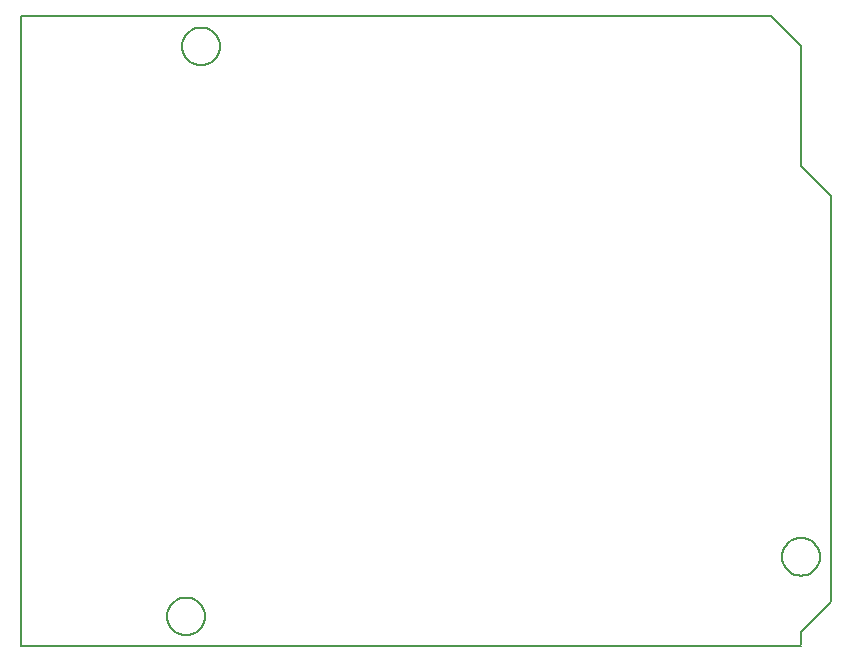
<source format=gm1>
G04*
G04 #@! TF.GenerationSoftware,Altium Limited,Altium Designer,19.0.15 (446)*
G04*
G04 Layer_Color=16711935*
%FSLAX25Y25*%
%MOIN*%
G70*
G01*
G75*
%ADD21C,0.00500*%
D21*
X66299Y200000D02*
X66221Y200985D01*
X65991Y201946D01*
X65613Y202860D01*
X65096Y203702D01*
X64454Y204454D01*
X63702Y205096D01*
X62860Y205612D01*
X61946Y205991D01*
X60985Y206222D01*
X60000Y206299D01*
X59015Y206222D01*
X58053Y205991D01*
X57140Y205612D01*
X56297Y205096D01*
X55546Y204454D01*
X54904Y203702D01*
X54387Y202860D01*
X54009Y201946D01*
X53778Y200985D01*
X53701Y200000D01*
X53778Y199015D01*
X54009Y198054D01*
X54387Y197140D01*
X54904Y196298D01*
X55546Y195546D01*
X56297Y194904D01*
X57140Y194388D01*
X58053Y194009D01*
X59015Y193779D01*
X60000Y193701D01*
X60985Y193779D01*
X61946Y194009D01*
X62860Y194388D01*
X63702Y194904D01*
X64454Y195546D01*
X65096Y196298D01*
X65613Y197140D01*
X65991Y198054D01*
X66221Y199015D01*
X66299Y200000D01*
X266299Y29921D02*
X266221Y30907D01*
X265991Y31868D01*
X265612Y32781D01*
X265096Y33624D01*
X264454Y34375D01*
X263703Y35017D01*
X262860Y35534D01*
X261947Y35912D01*
X260985Y36143D01*
X260000Y36220D01*
X259015Y36143D01*
X258053Y35912D01*
X257140Y35534D01*
X256297Y35017D01*
X255546Y34375D01*
X254904Y33624D01*
X254388Y32781D01*
X254009Y31868D01*
X253779Y30907D01*
X253701Y29921D01*
X253779Y28936D01*
X254009Y27975D01*
X254388Y27062D01*
X254904Y26219D01*
X255546Y25467D01*
X256297Y24825D01*
X257140Y24309D01*
X258053Y23931D01*
X259015Y23700D01*
X260000Y23622D01*
X260985Y23700D01*
X261947Y23931D01*
X262860Y24309D01*
X263703Y24825D01*
X264454Y25467D01*
X265096Y26219D01*
X265612Y27062D01*
X265991Y27975D01*
X266221Y28936D01*
X266299Y29921D01*
X61299Y10000D02*
X61221Y10985D01*
X60991Y11947D01*
X60612Y12860D01*
X60096Y13702D01*
X59454Y14454D01*
X58702Y15096D01*
X57860Y15612D01*
X56946Y15991D01*
X55985Y16221D01*
X55000Y16299D01*
X54015Y16221D01*
X53053Y15991D01*
X52140Y15612D01*
X51297Y15096D01*
X50546Y14454D01*
X49904Y13702D01*
X49387Y12860D01*
X49009Y11947D01*
X48779Y10985D01*
X48701Y10000D01*
X48779Y9015D01*
X49009Y8054D01*
X49387Y7140D01*
X49904Y6297D01*
X50546Y5546D01*
X51297Y4904D01*
X52140Y4388D01*
X53053Y4009D01*
X54015Y3779D01*
X55000Y3701D01*
X55985Y3779D01*
X56946Y4009D01*
X57860Y4388D01*
X58702Y4904D01*
X59454Y5546D01*
X60096Y6297D01*
X60612Y7140D01*
X60991Y8054D01*
X61221Y9015D01*
X61299Y10000D01*
X260000Y854D02*
Y4724D01*
X270000Y14961D01*
Y15000D02*
Y150000D01*
X260000Y160000D02*
X270000Y150000D01*
X260000Y160000D02*
Y200000D01*
X250000Y210000D02*
X260000Y200000D01*
X0Y0D02*
Y210000D01*
Y0D02*
X260000D01*
X0Y210000D02*
X250000D01*
M02*

</source>
